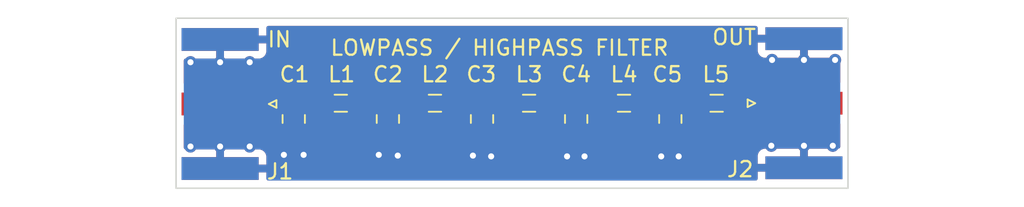
<source format=kicad_pcb>
(kicad_pcb (version 20211014) (generator pcbnew)
  (layers (0 "F.Cu" signal) (1 "In1.Cu" signal) (2 "In2.Cu" signal) (31 "B.Cu" signal) (34 "B.Paste" user) (35 "F.Paste" user) (36 "B.SilkS" user "B.Silkscreen") (37 "F.SilkS" user "F.Silkscreen") (38 "B.Mask" user) (39 "F.Mask" user) (44 "Edge.Cuts" user))
  (net 0 "")
  (net 1 "Net-(C1-Pad1)")
  (net 2 "GND")
  (net 3 "Net-(L1-Pad2)")
  (net 4 "Net-(C3-Pad1)")
  (net 5 "Net-(C4-Pad1)")
  (net 6 "Net-(C5-Pad1)")
  (net 7 "Net-(L5-Pad2)")
  (footprint "Connector_Coaxial:SMA_Amphenol_132289_EdgeMount" (layer "F.Cu") (at 120.6 104.2 180)
    (fp_text reference "J1" (at -3.95 -4.45 180) (layer "F.SilkS"))
    (fp_text value "Conn_Coaxial")
    (fp_line (start -3.21 0) (end -3.71 -0.25) (layer "F.SilkS") (width 0.12))
    (fp_line (start -3.71 -0.25) (end -3.71 0.25) (layer "F.SilkS") (width 0.12))
    (fp_line (start -3.71 0.25) (end -3.21 0) (layer "F.SilkS") (width 0.12))
    (pad "1" smd rect (at 0 0 270) (size 1.5 5.08) (layers "F.Cu" "F.Paste" "F.Mask") (net 1 "Net-(C1-Pad1)"))
    (pad "2" smd rect (at 0 -4.25 270) (size 1.5 5.08) (layers "B.Cu" "B.Paste" "B.Mask") (net 2 "GND"))
    (pad "2" smd rect (at 0 4.25 270) (size 1.5 5.08) (layers "B.Cu" "B.Paste" "B.Mask") (net 2 "GND"))
    (pad "2" smd rect (at 0 -4.25 270) (size 1.5 5.08) (layers "F.Cu" "F.Paste" "F.Mask") (net 2 "GND"))
    (pad "2" smd rect (at 0 4.25 270) (size 1.5 5.08) (layers "F.Cu" "F.Paste" "F.Mask") (net 2 "GND"))
  )
  (footprint "Connector_Coaxial:SMA_Amphenol_132289_EdgeMount" (layer "F.Cu") (at 159.05 104.15)
    (fp_text reference "J2" (at -4.2 4.35) (layer "F.SilkS"))
    (fp_text value "Conn_Coaxial")
    (fp_line (start -3.71 0.25) (end -3.21 0) (layer "F.SilkS") (width 0.12))
    (fp_line (start -3.21 0) (end -3.71 -0.25) (layer "F.SilkS") (width 0.12))
    (fp_line (start -3.71 -0.25) (end -3.71 0.25) (layer "F.SilkS") (width 0.12))
    (pad "1" smd rect (at 0 0 90) (size 1.5 5.08) (layers "F.Cu" "F.Paste" "F.Mask") (net 7 "Net-(L5-Pad2)"))
    (pad "2" smd rect (at 0 4.25 90) (size 1.5 5.08) (layers "F.Cu" "F.Paste" "F.Mask") (net 2 "GND"))
    (pad "2" smd rect (at 0 4.25 90) (size 1.5 5.08) (layers "B.Cu" "B.Paste" "B.Mask") (net 2 "GND"))
    (pad "2" smd rect (at 0 -4.25 90) (size 1.5 5.08) (layers "F.Cu" "F.Paste" "F.Mask") (net 2 "GND"))
    (pad "2" smd rect (at 0 -4.25 90) (size 1.5 5.08) (layers "B.Cu" "B.Paste" "B.Mask") (net 2 "GND"))
  )
  (footprint "Capacitor_SMD:C_0805_2012Metric_Pad1.18x1.45mm_HandSolder" (layer "F.Cu") (at 144.05 105.1875 -90)
    (fp_text reference "C4" (at -2.9375 0 180) (layer "F.SilkS"))
    (fp_text value "212pF")
    (fp_line (start -0.261252 0.735) (end 0.261252 0.735) (layer "F.SilkS") (width 0.12))
    (fp_line (start -0.261252 -0.735) (end 0.261252 -0.735) (layer "F.SilkS") (width 0.12))
    (pad "1" smd roundrect (at -1.0375 0 270) (size 1.175 1.45) (layers "F.Cu" "F.Paste" "F.Mask") (roundrect_rratio 0.2127659574) (net 5 "Net-(C4-Pad1)"))
    (pad "2" smd roundrect (at 1.0375 0 270) (size 1.175 1.45) (layers "F.Cu" "F.Paste" "F.Mask") (roundrect_rratio 0.2127659574) (net 2 "GND"))
  )
  (footprint "Inductor_SMD:L_0805_2012Metric_Pad1.05x1.20mm_HandSolder" (layer "F.Cu") (at 128.55 104.15)
    (fp_text reference "L1" (at 0.05 -1.9) (layer "F.SilkS"))
    (fp_text value "163nH" hide)
    (fp_line (start -0.410242 -0.56) (end 0.410242 -0.56) (layer "F.SilkS") (width 0.12))
    (fp_line (start -0.410242 0.56) (end 0.410242 0.56) (layer "F.SilkS") (width 0.12))
    (pad "1" smd roundrect (at -1.15 0) (size 1.05 1.2) (layers "F.Cu" "F.Paste" "F.Mask") (roundrect_rratio 0.2380952381) (net 1 "Net-(C1-Pad1)"))
    (pad "2" smd roundrect (at 1.15 0) (size 1.05 1.2) (layers "F.Cu" "F.Paste" "F.Mask") (roundrect_rratio 0.2380952381) (net 3 "Net-(L1-Pad2)"))
  )
  (footprint "Inductor_SMD:L_0805_2012Metric_Pad1.05x1.20mm_HandSolder" (layer "F.Cu") (at 140.95 104.15)
    (fp_text reference "L3" (at 0 -1.9) (layer "F.SilkS"))
    (fp_text value "530nH" hide)
    (fp_line (start -0.410242 -0.56) (end 0.410242 -0.56) (layer "F.SilkS") (width 0.12))
    (fp_line (start -0.410242 0.56) (end 0.410242 0.56) (layer "F.SilkS") (width 0.12))
    (pad "1" smd roundrect (at -1.15 0) (size 1.05 1.2) (layers "F.Cu" "F.Paste" "F.Mask") (roundrect_rratio 0.2380952381) (net 4 "Net-(C3-Pad1)"))
    (pad "2" smd roundrect (at 1.15 0) (size 1.05 1.2) (layers "F.Cu" "F.Paste" "F.Mask") (roundrect_rratio 0.2380952381) (net 5 "Net-(C4-Pad1)"))
  )
  (footprint "Capacitor_SMD:C_0805_2012Metric_Pad1.18x1.45mm_HandSolder" (layer "F.Cu") (at 125.45 105.1875 -90)
    (fp_text reference "C1" (at -2.9375 -0.05 180) (layer "F.SilkS"))
    (fp_text value "65pF")
    (fp_line (start -0.261252 -0.735) (end 0.261252 -0.735) (layer "F.SilkS") (width 0.12))
    (fp_line (start -0.261252 0.735) (end 0.261252 0.735) (layer "F.SilkS") (width 0.12))
    (pad "1" smd roundrect (at -1.0375 0 270) (size 1.175 1.45) (layers "F.Cu" "F.Paste" "F.Mask") (roundrect_rratio 0.2127659574) (net 1 "Net-(C1-Pad1)"))
    (pad "2" smd roundrect (at 1.0375 0 270) (size 1.175 1.45) (layers "F.Cu" "F.Paste" "F.Mask") (roundrect_rratio 0.2127659574) (net 2 "GND"))
  )
  (footprint "Capacitor_SMD:C_0805_2012Metric_Pad1.18x1.45mm_HandSolder" (layer "F.Cu") (at 150.25 105.1875 -90)
    (fp_text reference "C5" (at -2.9375 0.2) (layer "F.SilkS"))
    (fp_text value "CAP")
    (fp_line (start -0.261252 -0.735) (end 0.261252 -0.735) (layer "F.SilkS") (width 0.12))
    (fp_line (start -0.261252 0.735) (end 0.261252 0.735) (layer "F.SilkS") (width 0.12))
    (pad "1" smd roundrect (at -1.0375 0 270) (size 1.175 1.45) (layers "F.Cu" "F.Paste" "F.Mask") (roundrect_rratio 0.2127659574) (net 6 "Net-(C5-Pad1)"))
    (pad "2" smd roundrect (at 1.0375 0 270) (size 1.175 1.45) (layers "F.Cu" "F.Paste" "F.Mask") (roundrect_rratio 0.2127659574) (net 2 "GND"))
  )
  (footprint "Inductor_SMD:L_0805_2012Metric_Pad1.05x1.20mm_HandSolder" (layer "F.Cu") (at 147.2 104.15)
    (fp_text reference "L4" (at 0 -1.9) (layer "F.SilkS"))
    (fp_text value "429nH")
    (fp_line (start -0.410242 0.56) (end 0.410242 0.56) (layer "F.SilkS") (width 0.12))
    (fp_line (start -0.410242 -0.56) (end 0.410242 -0.56) (layer "F.SilkS") (width 0.12))
    (pad "1" smd roundrect (at -1.15 0) (size 1.05 1.2) (layers "F.Cu" "F.Paste" "F.Mask") (roundrect_rratio 0.2380952381) (net 5 "Net-(C4-Pad1)"))
    (pad "2" smd roundrect (at 1.15 0) (size 1.05 1.2) (layers "F.Cu" "F.Paste" "F.Mask") (roundrect_rratio 0.2380952381) (net 6 "Net-(C5-Pad1)"))
  )
  (footprint "Inductor_SMD:L_0805_2012Metric_Pad1.05x1.20mm_HandSolder" (layer "F.Cu") (at 134.75 104.15)
    (fp_text reference "L2" (at 0 -1.9) (layer "F.SilkS"))
    (fp_text value "429nH")
    (fp_line (start -0.410242 -0.56) (end 0.410242 -0.56) (layer "F.SilkS") (width 0.12))
    (fp_line (start -0.410242 0.56) (end 0.410242 0.56) (layer "F.SilkS") (width 0.12))
    (pad "1" smd roundrect (at -1.15 0) (size 1.05 1.2) (layers "F.Cu" "F.Paste" "F.Mask") (roundrect_rratio 0.2380952381) (net 3 "Net-(L1-Pad2)"))
    (pad "2" smd roundrect (at 1.15 0) (size 1.05 1.2) (layers "F.Cu" "F.Paste" "F.Mask") (roundrect_rratio 0.2380952381) (net 4 "Net-(C3-Pad1)"))
  )
  (footprint "Inductor_SMD:L_0805_2012Metric_Pad1.05x1.20mm_HandSolder" (layer "F.Cu") (at 153.3 104.15)
    (fp_text reference "L5" (at -0.05 -1.9) (layer "F.SilkS"))
    (fp_text value "163nH")
    (fp_line (start -0.410242 -0.56) (end 0.410242 -0.56) (layer "F.SilkS") (width 0.12))
    (fp_line (start -0.410242 0.56) (end 0.410242 0.56) (layer "F.SilkS") (width 0.12))
    (pad "1" smd roundrect (at -1.15 0) (size 1.05 1.2) (layers "F.Cu" "F.Paste" "F.Mask") (roundrect_rratio 0.2380952381) (net 6 "Net-(C5-Pad1)"))
    (pad "2" smd roundrect (at 1.15 0) (size 1.05 1.2) (layers "F.Cu" "F.Paste" "F.Mask") (roundrect_rratio 0.2380952381) (net 7 "Net-(L5-Pad2)"))
  )
  (footprint "Capacitor_SMD:C_0805_2012Metric_Pad1.18x1.45mm_HandSolder" (layer "F.Cu") (at 131.65 105.1875 -90)
    (fp_text reference "C2" (at -2.9375 0 180) (layer "F.SilkS"))
    (fp_text value "212pF")
    (fp_line (start -0.261252 0.735) (end 0.261252 0.735) (layer "F.SilkS") (width 0.12))
    (fp_line (start -0.261252 -0.735) (end 0.261252 -0.735) (layer "F.SilkS") (width 0.12))
    (pad "1" smd roundrect (at -1.0375 0 270) (size 1.175 1.45) (layers "F.Cu" "F.Paste" "F.Mask") (roundrect_rratio 0.2127659574) (net 3 "Net-(L1-Pad2)"))
    (pad "2" smd roundrect (at 1.0375 0 270) (size 1.175 1.45) (layers "F.Cu" "F.Paste" "F.Mask") (roundrect_rratio 0.2127659574) (net 2 "GND"))
  )
  (footprint "Capacitor_SMD:C_0805_2012Metric_Pad1.18x1.45mm_HandSolder" (layer "F.Cu") (at 137.85 105.1875 -90)
    (fp_text reference "C3" (at -2.9375 0.05 180) (layer "F.SilkS"))
    (fp_text value "171pF")
    (fp_line (start -0.261252 0.735) (end 0.261252 0.735) (layer "F.SilkS") (width 0.12))
    (fp_line (start -0.261252 -0.735) (end 0.261252 -0.735) (layer "F.SilkS") (width 0.12))
    (pad "1" smd roundrect (at -1.0375 0 270) (size 1.175 1.45) (layers "F.Cu" "F.Paste" "F.Mask") (roundrect_rratio 0.2127659574) (net 4 "Net-(C3-Pad1)"))
    (pad "2" smd roundrect (at 1.0375 0 270) (size 1.175 1.45) (layers "F.Cu" "F.Paste" "F.Mask") (roundrect_rratio 0.2127659574) (net 2 "GND"))
  )
  (gr_rect (start 117.7 98.55) (end 161.95 109.75) (layer "Edge.Cuts") (width 0.1) (fill none))
  (gr_text "OUT" (at 154.45 99.8) (layer "F.SilkS") (effects (font (size 1 1))))
  (gr_text "LOWPASS / HIGHPASS FILTER\n" (at 139 100.5) (layer "F.SilkS") (effects (font (size 1 1))))
  (gr_text "IN" (at 124.5 99.95) (layer "F.SilkS") (effects (font (size 1 1))))
  (segment (start 120.6 104.2) (end 127.35 104.2) (width 0.29337) (layer "F.Cu") (net 1))
  (segment (start 127.35 104.2) (end 127.4 104.15) (width 0.29337) (layer "F.Cu") (net 1))
  (via (at 143.45 107.65) (size 0.8) (drill 0.4) (layers "F.Cu" "B.Cu") (net 2))
  (via (at 161.1 101.3) (size 0.8) (drill 0.4) (layers "F.Cu" "B.Cu") (net 2))
  (via (at 131.05 107.55) (size 0.8) (drill 0.4) (layers "F.Cu" "B.Cu") (net 2))
  (via (at 120.6 101.45) (size 0.8) (drill 0.4) (layers "F.Cu" "B.Cu") (net 2))
  (via (at 122.55 101.45) (size 0.8) (drill 0.4) (layers "F.Cu" "B.Cu") (net 2))
  (via (at 149.65 107.65) (size 0.8) (drill 0.4) (layers "F.Cu" "B.Cu") (net 2))
  (via (at 156.95 101.3) (size 0.8) (drill 0.4) (layers "F.Cu" "B.Cu") (net 2))
  (via (at 144.6 107.65) (size 0.8) (drill 0.4) (layers "F.Cu" "B.Cu") (net 2))
  (via (at 118.65 101.45) (size 0.8) (drill 0.4) (layers "F.Cu" "B.Cu") (net 2))
  (via (at 126.1 107.55) (size 0.8) (drill 0.4) (layers "F.Cu" "B.Cu") (net 2))
  (via (at 160.95 106.95) (size 0.8) (drill 0.4) (layers "F.Cu" "B.Cu") (net 2))
  (via (at 150.8 107.65) (size 0.8) (drill 0.4) (layers "F.Cu" "B.Cu") (net 2))
  (via (at 118.65 107) (size 0.8) (drill 0.4) (layers "F.Cu" "B.Cu") (net 2))
  (via (at 156.9 106.95) (size 0.8) (drill 0.4) (layers "F.Cu" "B.Cu") (net 2))
  (via (at 159.05 101.3) (size 0.8) (drill 0.4) (layers "F.Cu" "B.Cu") (net 2))
  (via (at 124.8 107.55) (size 0.8) (drill 0.4) (layers "F.Cu" "B.Cu") (net 2))
  (via (at 132.3 107.6) (size 0.8) (drill 0.4) (layers "F.Cu" "B.Cu") (net 2))
  (via (at 122.55 107) (size 0.8) (drill 0.4) (layers "F.Cu" "B.Cu") (net 2))
  (via (at 137.25 107.6) (size 0.8) (drill 0.4) (layers "F.Cu" "B.Cu") (net 2))
  (via (at 120.6 107) (size 0.8) (drill 0.4) (layers "F.Cu" "B.Cu") (net 2))
  (via (at 138.45 107.65) (size 0.8) (drill 0.4) (layers "F.Cu" "B.Cu") (net 2))
  (via (at 159.05 106.95) (size 0.8) (drill 0.4) (layers "F.Cu" "B.Cu") (net 2))
  (segment (start 129.7 104.15) (end 133.6 104.15) (width 0.29337) (layer "F.Cu") (net 3))
  (segment (start 135.9 104.15) (end 139.8 104.15) (width 0.29337) (layer "F.Cu") (net 4))
  (segment (start 142.1 104.15) (end 146.05 104.15) (width 0.29337) (layer "F.Cu") (net 5))
  (segment (start 148.35 104.15) (end 152.15 104.15) (width 0.29337) (layer "F.Cu") (net 6))
  (segment (start 154.45 104.15) (end 159.05 104.15) (width 0.29337) (layer "F.Cu") (net 7))
  (zone (net 2) (net_name "GND") (layers "F.Cu" "In1.Cu" "In2.Cu" "B.Cu") (connect_pads (clearance 0.508)) (min_thickness 0.254) (fill yes (thermal_gap 0.508) (thermal_bridge_width 0.508))
    (polygon (pts (xy 162 109.75) (xy 117.7 109.75) (xy 117.7 98.55) (xy 161.95 98.5)))
  )
)
</source>
